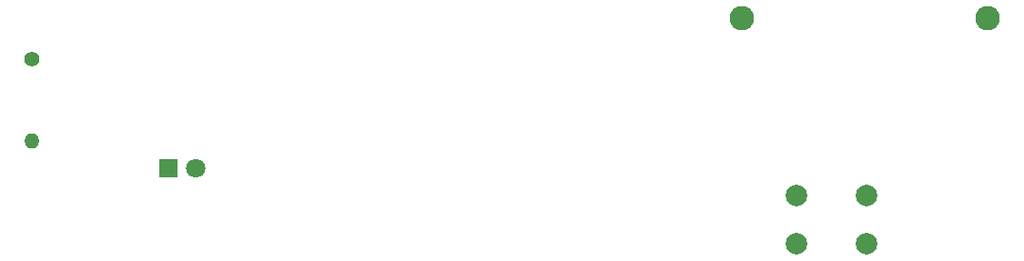
<source format=gbl>
G04 #@! TF.FileFunction,Copper,L2,Bot,Signal*
%FSLAX46Y46*%
G04 Gerber Fmt 4.6, Leading zero omitted, Abs format (unit mm)*
G04 Created by KiCad (PCBNEW 4.0.7) date Tue Mar 13 06:06:55 2018*
%MOMM*%
%LPD*%
G01*
G04 APERTURE LIST*
%ADD10C,0.100000*%
%ADD11R,1.800000X1.800000*%
%ADD12C,1.800000*%
%ADD13C,1.400000*%
%ADD14O,1.400000X1.400000*%
%ADD15C,2.000000*%
%ADD16C,2.290000*%
G04 APERTURE END LIST*
D10*
D11*
X17780000Y11430000D03*
D12*
X20320000Y11430000D03*
D13*
X5080000Y21590000D03*
D14*
X5080000Y13970000D03*
D15*
X76200000Y4390000D03*
X76200000Y8890000D03*
X82700000Y4390000D03*
X82700000Y8890000D03*
D16*
X71120000Y25400000D03*
X93980000Y25400000D03*
M02*

</source>
